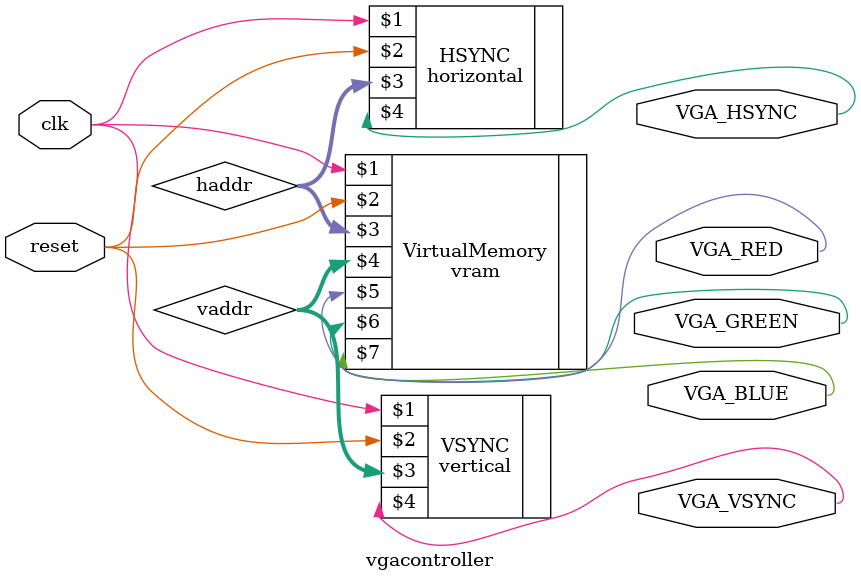
<source format=v>
module vgacontroller(reset,clk, VGA_RED, VGA_GREEN, VGA_BLUE, VGA_HSYNC, VGA_VSYNC);

input reset, clk;
output VGA_RED,VGA_GREEN,VGA_BLUE;
output VGA_HSYNC,VGA_VSYNC;

wire [6:0]haddr,vaddr;


vram VirtualMemory(clk,reset,haddr,vaddr,VGA_RED,VGA_GREEN,VGA_BLUE);
horizontal HSYNC(clk,reset,haddr,VGA_HSYNC);
vertical VSYNC(clk,reset,vaddr,VGA_VSYNC);


endmodule

</source>
